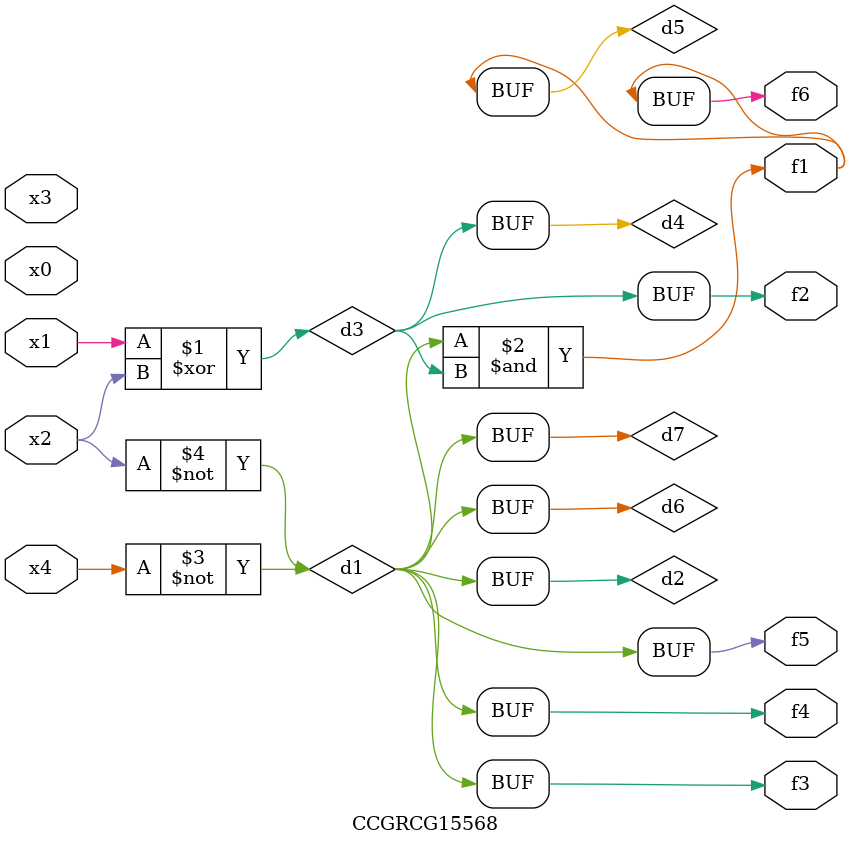
<source format=v>
module CCGRCG15568(
	input x0, x1, x2, x3, x4,
	output f1, f2, f3, f4, f5, f6
);

	wire d1, d2, d3, d4, d5, d6, d7;

	not (d1, x4);
	not (d2, x2);
	xor (d3, x1, x2);
	buf (d4, d3);
	and (d5, d1, d3);
	buf (d6, d1, d2);
	buf (d7, d2);
	assign f1 = d5;
	assign f2 = d4;
	assign f3 = d7;
	assign f4 = d7;
	assign f5 = d7;
	assign f6 = d5;
endmodule

</source>
